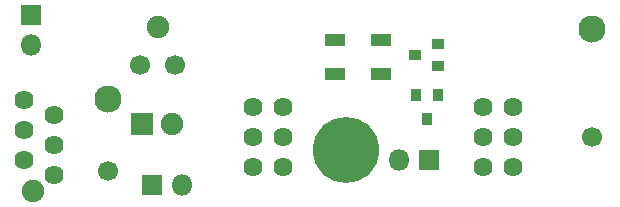
<source format=gbs>
G04 #@! TF.FileFunction,Soldermask,Bot*
%FSLAX46Y46*%
G04 Gerber Fmt 4.6, Leading zero omitted, Abs format (unit mm)*
G04 Created by KiCad (PCBNEW 4.0.7) date 03/23/18 08:01:55*
%MOMM*%
%LPD*%
G01*
G04 APERTURE LIST*
%ADD10C,0.127000*%
%ADD11C,1.700000*%
%ADD12C,1.900000*%
%ADD13C,2.300000*%
%ADD14R,0.900000X1.000000*%
%ADD15R,1.800000X1.800000*%
%ADD16O,1.800000X1.800000*%
%ADD17C,1.624000*%
%ADD18R,1.000000X0.900000*%
%ADD19R,1.800000X1.000000*%
%ADD20C,5.600000*%
%ADD21R,1.900000X1.900000*%
G04 APERTURE END LIST*
D10*
D11*
X127762000Y-97002600D03*
X130721000Y-97002600D03*
D12*
X129235000Y-93764100D03*
D11*
X125006000Y-105956000D03*
X166040000Y-103060000D03*
D13*
X125019000Y-99872800D03*
D14*
X151094000Y-99533000D03*
X152994000Y-99533000D03*
X152044000Y-101533000D03*
D15*
X128753000Y-107137000D03*
D16*
X131293000Y-107137000D03*
D15*
X118542000Y-92786200D03*
D16*
X118542000Y-95326200D03*
D17*
X117958000Y-99949000D03*
X117958000Y-102489000D03*
X117958000Y-105029000D03*
X120498000Y-101219000D03*
X120498000Y-103759000D03*
X120498000Y-106299000D03*
D12*
X118694600Y-107645200D03*
D15*
X152197000Y-105004000D03*
D16*
X149657000Y-105004000D03*
D18*
X153019000Y-95214400D03*
X153019000Y-97114400D03*
X151019000Y-96164400D03*
D19*
X144221000Y-97792200D03*
X144221000Y-94892200D03*
X148184000Y-97792200D03*
X148184000Y-94892200D03*
D17*
X159360000Y-100508000D03*
X159360000Y-103048000D03*
X159360000Y-105588000D03*
X156820000Y-100508000D03*
X156820000Y-103048000D03*
X156820000Y-105588000D03*
X139827000Y-100508000D03*
X139827000Y-103048000D03*
X139827000Y-105588000D03*
X137287000Y-100508000D03*
X137287000Y-103048000D03*
X137287000Y-105588000D03*
D13*
X165989000Y-93929200D03*
D20*
X145174000Y-104153000D03*
D21*
X127940000Y-101956000D03*
D12*
X130480000Y-101956000D03*
M02*

</source>
